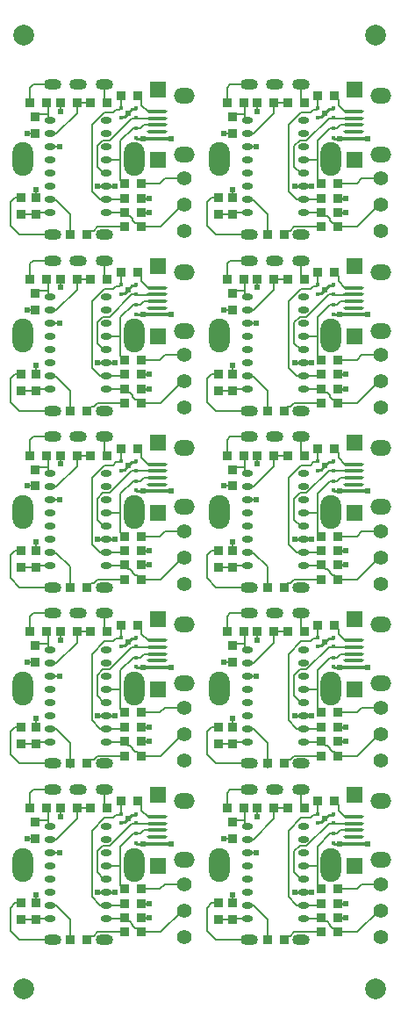
<source format=gbr>
%TF.GenerationSoftware,Altium Limited,Altium Designer,20.1.8 (145)*%
G04 Layer_Physical_Order=2*
G04 Layer_Color=16728128*
%FSLAX45Y45*%
%MOMM*%
%TF.SameCoordinates,B3CF18BB-8163-4733-9D89-4CFBB204D872*%
%TF.FilePolarity,Positive*%
%TF.FileFunction,Copper,L2,Bot,Signal*%
%TF.Part,CustomerPanel*%
G01*
G75*
%TA.AperFunction,ComponentPad*%
G04:AMPARAMS|DCode=10|XSize=2mm|YSize=3.25mm|CornerRadius=1mm|HoleSize=0mm|Usage=FLASHONLY|Rotation=180.000|XOffset=0mm|YOffset=0mm|HoleType=Round|Shape=RoundedRectangle|*
%AMROUNDEDRECTD10*
21,1,2.00000,1.25000,0,0,180.0*
21,1,0.00000,3.25000,0,0,180.0*
1,1,2.00000,0.00000,0.62500*
1,1,2.00000,0.00000,0.62500*
1,1,2.00000,0.00000,-0.62500*
1,1,2.00000,0.00000,-0.62500*
%
%ADD10ROUNDEDRECTD10*%
%ADD11O,2.00000X3.25000*%
%ADD12O,1.70000X1.00000*%
%ADD13O,2.00000X1.50000*%
G04:AMPARAMS|DCode=14|XSize=1.4mm|YSize=1.4mm|CornerRadius=0.7mm|HoleSize=0mm|Usage=FLASHONLY|Rotation=270.000|XOffset=0mm|YOffset=0mm|HoleType=Round|Shape=RoundedRectangle|*
%AMROUNDEDRECTD14*
21,1,1.40000,0.00000,0,0,270.0*
21,1,0.00000,1.40000,0,0,270.0*
1,1,1.40000,0.00000,0.00000*
1,1,1.40000,0.00000,0.00000*
1,1,1.40000,0.00000,0.00000*
1,1,1.40000,0.00000,0.00000*
%
%ADD14ROUNDEDRECTD14*%
%TA.AperFunction,ViaPad*%
%ADD15C,0.61000*%
%TA.AperFunction,SMDPad,CuDef*%
%ADD16C,2.00000*%
G04:AMPARAMS|DCode=17|XSize=1.6mm|YSize=1.6mm|CornerRadius=0.008mm|HoleSize=0mm|Usage=FLASHONLY|Rotation=270.000|XOffset=0mm|YOffset=0mm|HoleType=Round|Shape=RoundedRectangle|*
%AMROUNDEDRECTD17*
21,1,1.60000,1.58400,0,0,270.0*
21,1,1.58400,1.60000,0,0,270.0*
1,1,0.01600,-0.79200,-0.79200*
1,1,0.01600,-0.79200,0.79200*
1,1,0.01600,0.79200,0.79200*
1,1,0.01600,0.79200,-0.79200*
%
%ADD17ROUNDEDRECTD17*%
%TA.AperFunction,ConnectorPad*%
G04:AMPARAMS|DCode=18|XSize=0.35mm|YSize=2mm|CornerRadius=0.175mm|HoleSize=0mm|Usage=FLASHONLY|Rotation=270.000|XOffset=0mm|YOffset=0mm|HoleType=Round|Shape=RoundedRectangle|*
%AMROUNDEDRECTD18*
21,1,0.35000,1.65000,0,0,270.0*
21,1,0.00000,2.00000,0,0,270.0*
1,1,0.35000,-0.82500,0.00000*
1,1,0.35000,-0.82500,0.00000*
1,1,0.35000,0.82500,0.00000*
1,1,0.35000,0.82500,0.00000*
%
%ADD18ROUNDEDRECTD18*%
%TA.AperFunction,SMDPad,CuDef*%
G04:AMPARAMS|DCode=19|XSize=0.9mm|YSize=0.9mm|CornerRadius=0.045mm|HoleSize=0mm|Usage=FLASHONLY|Rotation=180.000|XOffset=0mm|YOffset=0mm|HoleType=Round|Shape=RoundedRectangle|*
%AMROUNDEDRECTD19*
21,1,0.90000,0.81000,0,0,180.0*
21,1,0.81000,0.90000,0,0,180.0*
1,1,0.09000,-0.40500,0.40500*
1,1,0.09000,0.40500,0.40500*
1,1,0.09000,0.40500,-0.40500*
1,1,0.09000,-0.40500,-0.40500*
%
%ADD19ROUNDEDRECTD19*%
%ADD20O,1.05000X0.60000*%
G04:AMPARAMS|DCode=21|XSize=0.4mm|YSize=0.4mm|CornerRadius=0.002mm|HoleSize=0mm|Usage=FLASHONLY|Rotation=270.000|XOffset=0mm|YOffset=0mm|HoleType=Round|Shape=RoundedRectangle|*
%AMROUNDEDRECTD21*
21,1,0.40000,0.39600,0,0,270.0*
21,1,0.39600,0.40000,0,0,270.0*
1,1,0.00400,-0.19800,-0.19800*
1,1,0.00400,-0.19800,0.19800*
1,1,0.00400,0.19800,0.19800*
1,1,0.00400,0.19800,-0.19800*
%
%ADD21ROUNDEDRECTD21*%
G04:AMPARAMS|DCode=22|XSize=0.9mm|YSize=0.9mm|CornerRadius=0.0045mm|HoleSize=0mm|Usage=FLASHONLY|Rotation=0.000|XOffset=0mm|YOffset=0mm|HoleType=Round|Shape=RoundedRectangle|*
%AMROUNDEDRECTD22*
21,1,0.90000,0.89100,0,0,0.0*
21,1,0.89100,0.90000,0,0,0.0*
1,1,0.00900,0.44550,-0.44550*
1,1,0.00900,-0.44550,-0.44550*
1,1,0.00900,-0.44550,0.44550*
1,1,0.00900,0.44550,0.44550*
%
%ADD22ROUNDEDRECTD22*%
G04:AMPARAMS|DCode=23|XSize=0.9mm|YSize=0.9mm|CornerRadius=0.0045mm|HoleSize=0mm|Usage=FLASHONLY|Rotation=90.000|XOffset=0mm|YOffset=0mm|HoleType=Round|Shape=RoundedRectangle|*
%AMROUNDEDRECTD23*
21,1,0.90000,0.89100,0,0,90.0*
21,1,0.89100,0.90000,0,0,90.0*
1,1,0.00900,0.44550,0.44550*
1,1,0.00900,0.44550,-0.44550*
1,1,0.00900,-0.44550,-0.44550*
1,1,0.00900,-0.44550,0.44550*
%
%ADD23ROUNDEDRECTD23*%
%TA.AperFunction,Conductor*%
%ADD24C,0.15240*%
%ADD25C,0.12700*%
%ADD26C,0.22860*%
%ADD27C,0.27940*%
%ADD28C,0.35560*%
D10*
X1765300Y1500500D02*
D03*
X3665300D02*
D03*
X1765300Y3200500D02*
D03*
X3665300D02*
D03*
X1765300Y4900500D02*
D03*
X3665300D02*
D03*
X1765300Y6600500D02*
D03*
X3665300D02*
D03*
X1765300Y8300500D02*
D03*
X3665300D02*
D03*
D11*
X690300Y1500500D02*
D03*
X2590300D02*
D03*
X690300Y3200500D02*
D03*
X2590300D02*
D03*
X690300Y4900500D02*
D03*
X2590300D02*
D03*
X690300Y6600500D02*
D03*
X2590300D02*
D03*
X690300Y8300500D02*
D03*
X2590300D02*
D03*
D12*
X1477800Y2225500D02*
D03*
X977800D02*
D03*
X1227800D02*
D03*
X1477800Y775500D02*
D03*
X977800D02*
D03*
X3377800Y2225500D02*
D03*
X2877800D02*
D03*
X3127800D02*
D03*
X3377800Y775500D02*
D03*
X2877800D02*
D03*
X1477800Y3925500D02*
D03*
X977800D02*
D03*
X1227800D02*
D03*
X1477800Y2475500D02*
D03*
X977800D02*
D03*
X3377800Y3925500D02*
D03*
X2877800D02*
D03*
X3127800D02*
D03*
X3377800Y2475500D02*
D03*
X2877800D02*
D03*
X1477800Y5625500D02*
D03*
X977800D02*
D03*
X1227800D02*
D03*
X1477800Y4175500D02*
D03*
X977800D02*
D03*
X3377800Y5625500D02*
D03*
X2877800D02*
D03*
X3127800D02*
D03*
X3377800Y4175500D02*
D03*
X2877800D02*
D03*
X1477800Y7325500D02*
D03*
X977800D02*
D03*
X1227800D02*
D03*
X1477800Y5875500D02*
D03*
X977800D02*
D03*
X3377800Y7325500D02*
D03*
X2877800D02*
D03*
X3127800D02*
D03*
X3377800Y5875500D02*
D03*
X2877800D02*
D03*
X1477800Y9025500D02*
D03*
X977800D02*
D03*
X1227800D02*
D03*
X1477800Y7575500D02*
D03*
X977800D02*
D03*
X3377800Y9025500D02*
D03*
X2877800D02*
D03*
X3127800D02*
D03*
X3377800Y7575500D02*
D03*
X2877800D02*
D03*
D13*
X2248800Y1549000D02*
D03*
Y2115000D02*
D03*
X4148800Y1549000D02*
D03*
Y2115000D02*
D03*
X2248800Y3249000D02*
D03*
Y3815000D02*
D03*
X4148800Y3249000D02*
D03*
Y3815000D02*
D03*
X2248800Y4949000D02*
D03*
Y5515000D02*
D03*
X4148800Y4949000D02*
D03*
Y5515000D02*
D03*
X2248800Y6649000D02*
D03*
Y7215000D02*
D03*
X4148800Y6649000D02*
D03*
Y7215000D02*
D03*
X2248800Y8349000D02*
D03*
Y8915000D02*
D03*
X4148800Y8349000D02*
D03*
Y8915000D02*
D03*
D14*
X2248800Y806680D02*
D03*
Y1314680D02*
D03*
Y1060680D02*
D03*
X4148800Y806680D02*
D03*
Y1314680D02*
D03*
Y1060680D02*
D03*
X2248800Y2506680D02*
D03*
Y3014680D02*
D03*
Y2760680D02*
D03*
X4148800Y2506680D02*
D03*
Y3014680D02*
D03*
Y2760680D02*
D03*
X2248800Y4206680D02*
D03*
Y4714680D02*
D03*
Y4460680D02*
D03*
X4148800Y4206680D02*
D03*
Y4714680D02*
D03*
Y4460680D02*
D03*
X2248800Y5906680D02*
D03*
Y6414680D02*
D03*
Y6160680D02*
D03*
X4148800Y5906680D02*
D03*
Y6414680D02*
D03*
Y6160680D02*
D03*
X2248800Y7606680D02*
D03*
Y8114680D02*
D03*
Y7860680D02*
D03*
X4148800Y7606680D02*
D03*
Y8114680D02*
D03*
Y7860680D02*
D03*
D15*
X1709428Y1947080D02*
D03*
X817500Y1210842D02*
D03*
X1583234Y1238480D02*
D03*
X1912875Y1127602D02*
D03*
X735356Y1751540D02*
D03*
X1912875Y988785D02*
D03*
X2120520Y1702000D02*
D03*
X1414726Y1238480D02*
D03*
X1055770Y1965042D02*
D03*
X1045616Y1619480D02*
D03*
X1852243Y1702000D02*
D03*
X3609428Y1947080D02*
D03*
X2717500Y1210842D02*
D03*
X3483234Y1238480D02*
D03*
X3812875Y1127602D02*
D03*
X2635356Y1751540D02*
D03*
X3812875Y988785D02*
D03*
X4020520Y1702000D02*
D03*
X3314726Y1238480D02*
D03*
X2955770Y1965042D02*
D03*
X2945616Y1619480D02*
D03*
X3752243Y1702000D02*
D03*
X1709428Y3647080D02*
D03*
X817500Y2910842D02*
D03*
X1583234Y2938480D02*
D03*
X1912875Y2827602D02*
D03*
X735356Y3451540D02*
D03*
X1912875Y2688785D02*
D03*
X2120520Y3402000D02*
D03*
X1414726Y2938480D02*
D03*
X1055770Y3665042D02*
D03*
X1045616Y3319480D02*
D03*
X1852243Y3402000D02*
D03*
X3609428Y3647080D02*
D03*
X2717500Y2910842D02*
D03*
X3483234Y2938480D02*
D03*
X3812875Y2827602D02*
D03*
X2635356Y3451540D02*
D03*
X3812875Y2688785D02*
D03*
X4020520Y3402000D02*
D03*
X3314726Y2938480D02*
D03*
X2955770Y3665042D02*
D03*
X2945616Y3319480D02*
D03*
X3752243Y3402000D02*
D03*
X1709428Y5347080D02*
D03*
X817500Y4610842D02*
D03*
X1583234Y4638480D02*
D03*
X1912875Y4527602D02*
D03*
X735356Y5151540D02*
D03*
X1912875Y4388785D02*
D03*
X2120520Y5102000D02*
D03*
X1414726Y4638480D02*
D03*
X1055770Y5365043D02*
D03*
X1045616Y5019480D02*
D03*
X1852243Y5102000D02*
D03*
X3609428Y5347080D02*
D03*
X2717500Y4610842D02*
D03*
X3483234Y4638480D02*
D03*
X3812875Y4527602D02*
D03*
X2635356Y5151540D02*
D03*
X3812875Y4388785D02*
D03*
X4020520Y5102000D02*
D03*
X3314726Y4638480D02*
D03*
X2955770Y5365043D02*
D03*
X2945616Y5019480D02*
D03*
X3752243Y5102000D02*
D03*
X1709428Y7047080D02*
D03*
X817500Y6310843D02*
D03*
X1583234Y6338480D02*
D03*
X1912875Y6227602D02*
D03*
X735356Y6851540D02*
D03*
X1912875Y6088786D02*
D03*
X2120520Y6802000D02*
D03*
X1414726Y6338480D02*
D03*
X1055770Y7065043D02*
D03*
X1045616Y6719480D02*
D03*
X1852243Y6802000D02*
D03*
X3609428Y7047080D02*
D03*
X2717500Y6310843D02*
D03*
X3483234Y6338480D02*
D03*
X3812875Y6227602D02*
D03*
X2635356Y6851540D02*
D03*
X3812875Y6088786D02*
D03*
X4020520Y6802000D02*
D03*
X3314726Y6338480D02*
D03*
X2955770Y7065043D02*
D03*
X2945616Y6719480D02*
D03*
X3752243Y6802000D02*
D03*
X1709428Y8747080D02*
D03*
X817500Y8010843D02*
D03*
X1583234Y8038480D02*
D03*
X1912875Y7927602D02*
D03*
X735356Y8551540D02*
D03*
X1912875Y7788786D02*
D03*
X2120520Y8502000D02*
D03*
X1414726Y8038480D02*
D03*
X1055770Y8765043D02*
D03*
X1045616Y8419480D02*
D03*
X1852243Y8502000D02*
D03*
X3609428Y8747080D02*
D03*
X2717500Y8010843D02*
D03*
X3483234Y8038480D02*
D03*
X3812875Y7927602D02*
D03*
X2635356Y8551540D02*
D03*
X3812875Y7788786D02*
D03*
X4020520Y8502000D02*
D03*
X3314726Y8038480D02*
D03*
X2955770Y8765043D02*
D03*
X2945616Y8419480D02*
D03*
X3752243Y8502000D02*
D03*
D16*
X4100000Y9500000D02*
D03*
X700000D02*
D03*
X4100000Y300000D02*
D03*
X700000D02*
D03*
D17*
X1993800Y1492000D02*
D03*
Y2172000D02*
D03*
X3893800Y1492000D02*
D03*
Y2172000D02*
D03*
X1993800Y3192000D02*
D03*
Y3872000D02*
D03*
X3893800Y3192000D02*
D03*
Y3872000D02*
D03*
X1993800Y4892000D02*
D03*
Y5572000D02*
D03*
X3893800Y4892000D02*
D03*
Y5572000D02*
D03*
X1993800Y6592000D02*
D03*
Y7272000D02*
D03*
X3893800Y6592000D02*
D03*
Y7272000D02*
D03*
X1993800Y8292000D02*
D03*
Y8972000D02*
D03*
X3893800Y8292000D02*
D03*
Y8972000D02*
D03*
D18*
X1986300Y1832000D02*
D03*
Y1702000D02*
D03*
Y1767000D02*
D03*
Y1962000D02*
D03*
Y1897000D02*
D03*
X3886300Y1832000D02*
D03*
Y1702000D02*
D03*
Y1767000D02*
D03*
Y1962000D02*
D03*
Y1897000D02*
D03*
X1986300Y3532000D02*
D03*
Y3402000D02*
D03*
Y3467000D02*
D03*
Y3662000D02*
D03*
Y3597000D02*
D03*
X3886300Y3532000D02*
D03*
Y3402000D02*
D03*
Y3467000D02*
D03*
Y3662000D02*
D03*
Y3597000D02*
D03*
X1986300Y5232000D02*
D03*
Y5102000D02*
D03*
Y5167000D02*
D03*
Y5362000D02*
D03*
Y5297000D02*
D03*
X3886300Y5232000D02*
D03*
Y5102000D02*
D03*
Y5167000D02*
D03*
Y5362000D02*
D03*
Y5297000D02*
D03*
X1986300Y6932000D02*
D03*
Y6802000D02*
D03*
Y6867000D02*
D03*
Y7062000D02*
D03*
Y6997000D02*
D03*
X3886300Y6932000D02*
D03*
Y6802000D02*
D03*
Y6867000D02*
D03*
Y7062000D02*
D03*
Y6997000D02*
D03*
X1986300Y8632000D02*
D03*
Y8502000D02*
D03*
Y8567000D02*
D03*
Y8762000D02*
D03*
Y8697000D02*
D03*
X3886300Y8632000D02*
D03*
Y8502000D02*
D03*
Y8567000D02*
D03*
Y8762000D02*
D03*
Y8697000D02*
D03*
D19*
X1801140Y2112860D02*
D03*
X1641140D02*
D03*
X3701140D02*
D03*
X3541140D02*
D03*
X1801140Y3812860D02*
D03*
X1641140D02*
D03*
X3701140D02*
D03*
X3541140D02*
D03*
X1801140Y5512860D02*
D03*
X1641140D02*
D03*
X3701140D02*
D03*
X3541140D02*
D03*
X1801140Y7212860D02*
D03*
X1641140D02*
D03*
X3701140D02*
D03*
X3541140D02*
D03*
X1801140Y8912860D02*
D03*
X1641140D02*
D03*
X3701140D02*
D03*
X3541140D02*
D03*
D20*
X958980Y984480D02*
D03*
Y1111480D02*
D03*
Y1238480D02*
D03*
Y1365480D02*
D03*
Y1492480D02*
D03*
Y1619480D02*
D03*
Y1746480D02*
D03*
Y1873480D02*
D03*
X1498980Y984480D02*
D03*
Y1111480D02*
D03*
Y1238480D02*
D03*
Y1365480D02*
D03*
Y1492480D02*
D03*
Y1619480D02*
D03*
Y1746480D02*
D03*
Y1873480D02*
D03*
X2858980Y984480D02*
D03*
Y1111480D02*
D03*
Y1238480D02*
D03*
Y1365480D02*
D03*
Y1492480D02*
D03*
Y1619480D02*
D03*
Y1746480D02*
D03*
Y1873480D02*
D03*
X3398980Y984480D02*
D03*
Y1111480D02*
D03*
Y1238480D02*
D03*
Y1365480D02*
D03*
Y1492480D02*
D03*
Y1619480D02*
D03*
Y1746480D02*
D03*
Y1873480D02*
D03*
X958980Y2684480D02*
D03*
Y2811480D02*
D03*
Y2938480D02*
D03*
Y3065480D02*
D03*
Y3192480D02*
D03*
Y3319480D02*
D03*
Y3446480D02*
D03*
Y3573480D02*
D03*
X1498980Y2684480D02*
D03*
Y2811480D02*
D03*
Y2938480D02*
D03*
Y3065480D02*
D03*
Y3192480D02*
D03*
Y3319480D02*
D03*
Y3446480D02*
D03*
Y3573480D02*
D03*
X2858980Y2684480D02*
D03*
Y2811480D02*
D03*
Y2938480D02*
D03*
Y3065480D02*
D03*
Y3192480D02*
D03*
Y3319480D02*
D03*
Y3446480D02*
D03*
Y3573480D02*
D03*
X3398980Y2684480D02*
D03*
Y2811480D02*
D03*
Y2938480D02*
D03*
Y3065480D02*
D03*
Y3192480D02*
D03*
Y3319480D02*
D03*
Y3446480D02*
D03*
Y3573480D02*
D03*
X958980Y4384480D02*
D03*
Y4511480D02*
D03*
Y4638480D02*
D03*
Y4765480D02*
D03*
Y4892480D02*
D03*
Y5019480D02*
D03*
Y5146480D02*
D03*
Y5273480D02*
D03*
X1498980Y4384480D02*
D03*
Y4511480D02*
D03*
Y4638480D02*
D03*
Y4765480D02*
D03*
Y4892480D02*
D03*
Y5019480D02*
D03*
Y5146480D02*
D03*
Y5273480D02*
D03*
X2858980Y4384480D02*
D03*
Y4511480D02*
D03*
Y4638480D02*
D03*
Y4765480D02*
D03*
Y4892480D02*
D03*
Y5019480D02*
D03*
Y5146480D02*
D03*
Y5273480D02*
D03*
X3398980Y4384480D02*
D03*
Y4511480D02*
D03*
Y4638480D02*
D03*
Y4765480D02*
D03*
Y4892480D02*
D03*
Y5019480D02*
D03*
Y5146480D02*
D03*
Y5273480D02*
D03*
X958980Y6084480D02*
D03*
Y6211480D02*
D03*
Y6338480D02*
D03*
Y6465480D02*
D03*
Y6592480D02*
D03*
Y6719480D02*
D03*
Y6846480D02*
D03*
Y6973480D02*
D03*
X1498980Y6084480D02*
D03*
Y6211480D02*
D03*
Y6338480D02*
D03*
Y6465480D02*
D03*
Y6592480D02*
D03*
Y6719480D02*
D03*
Y6846480D02*
D03*
Y6973480D02*
D03*
X2858980Y6084480D02*
D03*
Y6211480D02*
D03*
Y6338480D02*
D03*
Y6465480D02*
D03*
Y6592480D02*
D03*
Y6719480D02*
D03*
Y6846480D02*
D03*
Y6973480D02*
D03*
X3398980Y6084480D02*
D03*
Y6211480D02*
D03*
Y6338480D02*
D03*
Y6465480D02*
D03*
Y6592480D02*
D03*
Y6719480D02*
D03*
Y6846480D02*
D03*
Y6973480D02*
D03*
X958980Y7784480D02*
D03*
Y7911480D02*
D03*
Y8038480D02*
D03*
Y8165480D02*
D03*
Y8292480D02*
D03*
Y8419480D02*
D03*
Y8546480D02*
D03*
Y8673480D02*
D03*
X1498980Y7784480D02*
D03*
Y7911480D02*
D03*
Y8038480D02*
D03*
Y8165480D02*
D03*
Y8292480D02*
D03*
Y8419480D02*
D03*
Y8546480D02*
D03*
Y8673480D02*
D03*
X2858980Y7784480D02*
D03*
Y7911480D02*
D03*
Y8038480D02*
D03*
Y8165480D02*
D03*
Y8292480D02*
D03*
Y8419480D02*
D03*
Y8546480D02*
D03*
Y8673480D02*
D03*
X3398980Y7784480D02*
D03*
Y7911480D02*
D03*
Y8038480D02*
D03*
Y8165480D02*
D03*
Y8292480D02*
D03*
Y8419480D02*
D03*
Y8546480D02*
D03*
Y8673480D02*
D03*
D21*
X1788248Y1799620D02*
D03*
Y1709619D02*
D03*
Y1992080D02*
D03*
Y1902080D02*
D03*
X1641440Y1992080D02*
D03*
Y1902080D02*
D03*
X3688248Y1799620D02*
D03*
Y1709619D02*
D03*
Y1992080D02*
D03*
Y1902080D02*
D03*
X3541440Y1992080D02*
D03*
Y1902080D02*
D03*
X1788248Y3499620D02*
D03*
Y3409620D02*
D03*
Y3692080D02*
D03*
Y3602080D02*
D03*
X1641440Y3692080D02*
D03*
Y3602080D02*
D03*
X3688248Y3499620D02*
D03*
Y3409620D02*
D03*
Y3692080D02*
D03*
Y3602080D02*
D03*
X3541440Y3692080D02*
D03*
Y3602080D02*
D03*
X1788248Y5199620D02*
D03*
Y5109620D02*
D03*
Y5392080D02*
D03*
Y5302080D02*
D03*
X1641440Y5392080D02*
D03*
Y5302080D02*
D03*
X3688248Y5199620D02*
D03*
Y5109620D02*
D03*
Y5392080D02*
D03*
Y5302080D02*
D03*
X3541440Y5392080D02*
D03*
Y5302080D02*
D03*
X1788248Y6899620D02*
D03*
Y6809620D02*
D03*
Y7092080D02*
D03*
Y7002080D02*
D03*
X1641440Y7092080D02*
D03*
Y7002080D02*
D03*
X3688248Y6899620D02*
D03*
Y6809620D02*
D03*
Y7092080D02*
D03*
Y7002080D02*
D03*
X3541440Y7092080D02*
D03*
Y7002080D02*
D03*
X1788248Y8599620D02*
D03*
Y8509620D02*
D03*
Y8792080D02*
D03*
Y8702080D02*
D03*
X1641440Y8792080D02*
D03*
Y8702080D02*
D03*
X3688248Y8599620D02*
D03*
Y8509620D02*
D03*
Y8792080D02*
D03*
Y8702080D02*
D03*
X3541440Y8792080D02*
D03*
Y8702080D02*
D03*
D22*
X1152840Y775500D02*
D03*
X1312840D02*
D03*
X680340Y969240D02*
D03*
Y1129240D02*
D03*
X816600Y1751540D02*
D03*
Y1911540D02*
D03*
X817500Y969240D02*
D03*
Y1129240D02*
D03*
X3052840Y775500D02*
D03*
X3212840D02*
D03*
X2580340Y969240D02*
D03*
Y1129240D02*
D03*
X2716600Y1751540D02*
D03*
Y1911540D02*
D03*
X2717500Y969240D02*
D03*
Y1129240D02*
D03*
X1152840Y2475500D02*
D03*
X1312840D02*
D03*
X680340Y2669240D02*
D03*
Y2829240D02*
D03*
X816600Y3451540D02*
D03*
Y3611540D02*
D03*
X817500Y2669240D02*
D03*
Y2829240D02*
D03*
X3052840Y2475500D02*
D03*
X3212840D02*
D03*
X2580340Y2669240D02*
D03*
Y2829240D02*
D03*
X2716600Y3451540D02*
D03*
Y3611540D02*
D03*
X2717500Y2669240D02*
D03*
Y2829240D02*
D03*
X1152840Y4175500D02*
D03*
X1312840D02*
D03*
X680340Y4369240D02*
D03*
Y4529240D02*
D03*
X816600Y5151540D02*
D03*
Y5311540D02*
D03*
X817500Y4369240D02*
D03*
Y4529240D02*
D03*
X3052840Y4175500D02*
D03*
X3212840D02*
D03*
X2580340Y4369240D02*
D03*
Y4529240D02*
D03*
X2716600Y5151540D02*
D03*
Y5311540D02*
D03*
X2717500Y4369240D02*
D03*
Y4529240D02*
D03*
X1152840Y5875500D02*
D03*
X1312840D02*
D03*
X680340Y6069240D02*
D03*
Y6229240D02*
D03*
X816600Y6851540D02*
D03*
Y7011540D02*
D03*
X817500Y6069240D02*
D03*
Y6229240D02*
D03*
X3052840Y5875500D02*
D03*
X3212840D02*
D03*
X2580340Y6069240D02*
D03*
Y6229240D02*
D03*
X2716600Y6851540D02*
D03*
Y7011540D02*
D03*
X2717500Y6069240D02*
D03*
Y6229240D02*
D03*
X1152840Y7575500D02*
D03*
X1312840D02*
D03*
X680340Y7769240D02*
D03*
Y7929240D02*
D03*
X816600Y8551540D02*
D03*
Y8711540D02*
D03*
X817500Y7769240D02*
D03*
Y7929240D02*
D03*
X3052840Y7575500D02*
D03*
X3212840D02*
D03*
X2580340Y7769240D02*
D03*
Y7929240D02*
D03*
X2716600Y8551540D02*
D03*
Y8711540D02*
D03*
X2717500Y7769240D02*
D03*
Y7929240D02*
D03*
D23*
X1674904Y1127602D02*
D03*
X1834904D02*
D03*
X1674904Y849969D02*
D03*
X1834904D02*
D03*
X1674904Y988785D02*
D03*
X1834904D02*
D03*
X1674904Y1266418D02*
D03*
X1834904D02*
D03*
X763340Y2046325D02*
D03*
X923340D02*
D03*
X1348199D02*
D03*
X1508199D02*
D03*
X1215770D02*
D03*
X1055770D02*
D03*
X3574904Y1127602D02*
D03*
X3734904D02*
D03*
X3574904Y849969D02*
D03*
X3734904D02*
D03*
X3574904Y988785D02*
D03*
X3734904D02*
D03*
X3574904Y1266418D02*
D03*
X3734904D02*
D03*
X2663340Y2046325D02*
D03*
X2823340D02*
D03*
X3248199D02*
D03*
X3408199D02*
D03*
X3115770D02*
D03*
X2955770D02*
D03*
X1674904Y2827602D02*
D03*
X1834904D02*
D03*
X1674904Y2549969D02*
D03*
X1834904D02*
D03*
X1674904Y2688785D02*
D03*
X1834904D02*
D03*
X1674904Y2966419D02*
D03*
X1834904D02*
D03*
X763340Y3746325D02*
D03*
X923340D02*
D03*
X1348199D02*
D03*
X1508199D02*
D03*
X1215770D02*
D03*
X1055770D02*
D03*
X3574904Y2827602D02*
D03*
X3734904D02*
D03*
X3574904Y2549969D02*
D03*
X3734904D02*
D03*
X3574904Y2688785D02*
D03*
X3734904D02*
D03*
X3574904Y2966419D02*
D03*
X3734904D02*
D03*
X2663340Y3746325D02*
D03*
X2823340D02*
D03*
X3248199D02*
D03*
X3408199D02*
D03*
X3115770D02*
D03*
X2955770D02*
D03*
X1674904Y4527602D02*
D03*
X1834904D02*
D03*
X1674904Y4249969D02*
D03*
X1834904D02*
D03*
X1674904Y4388785D02*
D03*
X1834904D02*
D03*
X1674904Y4666419D02*
D03*
X1834904D02*
D03*
X763340Y5446325D02*
D03*
X923340D02*
D03*
X1348199D02*
D03*
X1508199D02*
D03*
X1215770D02*
D03*
X1055770D02*
D03*
X3574904Y4527602D02*
D03*
X3734904D02*
D03*
X3574904Y4249969D02*
D03*
X3734904D02*
D03*
X3574904Y4388785D02*
D03*
X3734904D02*
D03*
X3574904Y4666419D02*
D03*
X3734904D02*
D03*
X2663340Y5446325D02*
D03*
X2823340D02*
D03*
X3248199D02*
D03*
X3408199D02*
D03*
X3115770D02*
D03*
X2955770D02*
D03*
X1674904Y6227602D02*
D03*
X1834904D02*
D03*
X1674904Y5949969D02*
D03*
X1834904D02*
D03*
X1674904Y6088786D02*
D03*
X1834904D02*
D03*
X1674904Y6366419D02*
D03*
X1834904D02*
D03*
X763340Y7146325D02*
D03*
X923340D02*
D03*
X1348199D02*
D03*
X1508199D02*
D03*
X1215770D02*
D03*
X1055770D02*
D03*
X3574904Y6227602D02*
D03*
X3734904D02*
D03*
X3574904Y5949969D02*
D03*
X3734904D02*
D03*
X3574904Y6088786D02*
D03*
X3734904D02*
D03*
X3574904Y6366419D02*
D03*
X3734904D02*
D03*
X2663340Y7146325D02*
D03*
X2823340D02*
D03*
X3248199D02*
D03*
X3408199D02*
D03*
X3115770D02*
D03*
X2955770D02*
D03*
X1674904Y7927602D02*
D03*
X1834904D02*
D03*
X1674904Y7649969D02*
D03*
X1834904D02*
D03*
X1674904Y7788786D02*
D03*
X1834904D02*
D03*
X1674904Y8066419D02*
D03*
X1834904D02*
D03*
X763340Y8846325D02*
D03*
X923340D02*
D03*
X1348199D02*
D03*
X1508199D02*
D03*
X1215770D02*
D03*
X1055770D02*
D03*
X3574904Y7927602D02*
D03*
X3734904D02*
D03*
X3574904Y7649969D02*
D03*
X3734904D02*
D03*
X3574904Y7788786D02*
D03*
X3734904D02*
D03*
X3574904Y8066419D02*
D03*
X3734904D02*
D03*
X2663340Y8846325D02*
D03*
X2823340D02*
D03*
X3248199D02*
D03*
X3408199D02*
D03*
X3115770D02*
D03*
X2955770D02*
D03*
D24*
X1712284Y951405D02*
X1728147D01*
X1754904Y914131D02*
Y924648D01*
X1728147Y951405D02*
X1754904Y924648D01*
X1781686Y887349D02*
X1797524D01*
X1754904Y914131D02*
X1781686Y887349D01*
X1674904Y988785D02*
X1712284Y951405D01*
X1674904Y988785D02*
X1679209Y984480D01*
X1498980Y1111480D02*
X1658782D01*
X1674904Y1127602D01*
X1498980Y984480D02*
X1679209D01*
X1834904Y849969D02*
X2021746D01*
X2232457Y1060680D01*
X1797524Y887349D02*
X1834904Y849969D01*
X1350221Y812880D02*
X1377141D01*
X1414229Y849969D02*
X1674904D01*
X1377141Y812880D02*
X1414229Y849969D01*
X1312840Y775500D02*
X1350221Y812880D01*
X1359363Y1831117D02*
X1480777Y1952532D01*
X1567569D02*
X1594737Y1979700D01*
X1480777Y1952532D02*
X1567569D01*
X1359363Y1190906D02*
Y1831117D01*
X1438789Y1111480D02*
X1498980D01*
X1359363Y1190906D02*
X1438789Y1111480D01*
X1641140Y1992380D02*
X1641440Y1992080D01*
X1641140Y1992380D02*
Y2112860D01*
X1629060Y1979700D02*
X1641440Y1992080D01*
X1838421Y2025039D02*
Y2075579D01*
X1901461Y1962000D02*
X1986300D01*
X1838421Y2025039D02*
X1901461Y1962000D01*
X1801140Y2112860D02*
X1838421Y2075579D01*
X1594737Y1979700D02*
X1629060D01*
X2232457Y1060680D02*
X2248800D01*
X3612284Y951405D02*
X3628147D01*
X3654904Y914131D02*
Y924648D01*
X3628147Y951405D02*
X3654904Y924648D01*
X3681686Y887349D02*
X3697524D01*
X3654904Y914131D02*
X3681686Y887349D01*
X3574904Y988785D02*
X3612284Y951405D01*
X3574904Y988785D02*
X3579209Y984480D01*
X3398980Y1111480D02*
X3558782D01*
X3574904Y1127602D01*
X3398980Y984480D02*
X3579209D01*
X3734904Y849969D02*
X3921746D01*
X4132457Y1060680D01*
X3697524Y887349D02*
X3734904Y849969D01*
X3250221Y812880D02*
X3277141D01*
X3314229Y849969D02*
X3574904D01*
X3277141Y812880D02*
X3314229Y849969D01*
X3212840Y775500D02*
X3250221Y812880D01*
X3259363Y1831117D02*
X3380777Y1952532D01*
X3467569D02*
X3494737Y1979700D01*
X3380777Y1952532D02*
X3467569D01*
X3259363Y1190906D02*
Y1831117D01*
X3338789Y1111480D02*
X3398980D01*
X3259363Y1190906D02*
X3338789Y1111480D01*
X3541140Y1992380D02*
X3541440Y1992080D01*
X3541140Y1992380D02*
Y2112860D01*
X3529060Y1979700D02*
X3541440Y1992080D01*
X3738421Y2025039D02*
Y2075579D01*
X3801461Y1962000D02*
X3886300D01*
X3738421Y2025039D02*
X3801461Y1962000D01*
X3701140Y2112860D02*
X3738421Y2075579D01*
X3494737Y1979700D02*
X3529060D01*
X4132457Y1060680D02*
X4148800D01*
X1712284Y2651405D02*
X1728147D01*
X1754904Y2614131D02*
Y2624649D01*
X1728147Y2651405D02*
X1754904Y2624649D01*
X1781686Y2587349D02*
X1797524D01*
X1754904Y2614131D02*
X1781686Y2587349D01*
X1674904Y2688785D02*
X1712284Y2651405D01*
X1674904Y2688785D02*
X1679209Y2684480D01*
X1498980Y2811480D02*
X1658782D01*
X1674904Y2827602D01*
X1498980Y2684480D02*
X1679209D01*
X1834904Y2549969D02*
X2021746D01*
X2232457Y2760680D01*
X1797524Y2587349D02*
X1834904Y2549969D01*
X1350221Y2512880D02*
X1377141D01*
X1414229Y2549969D02*
X1674904D01*
X1377141Y2512880D02*
X1414229Y2549969D01*
X1312840Y2475500D02*
X1350221Y2512880D01*
X1359363Y3531117D02*
X1480777Y3652532D01*
X1567569D02*
X1594737Y3679700D01*
X1480777Y3652532D02*
X1567569D01*
X1359363Y2890906D02*
Y3531117D01*
X1438789Y2811480D02*
X1498980D01*
X1359363Y2890906D02*
X1438789Y2811480D01*
X1641140Y3692380D02*
X1641440Y3692080D01*
X1641140Y3692380D02*
Y3812860D01*
X1629060Y3679700D02*
X1641440Y3692080D01*
X1838421Y3725040D02*
Y3775579D01*
X1901461Y3662000D02*
X1986300D01*
X1838421Y3725040D02*
X1901461Y3662000D01*
X1801140Y3812860D02*
X1838421Y3775579D01*
X1594737Y3679700D02*
X1629060D01*
X2232457Y2760680D02*
X2248800D01*
X3612284Y2651405D02*
X3628147D01*
X3654904Y2614131D02*
Y2624649D01*
X3628147Y2651405D02*
X3654904Y2624649D01*
X3681686Y2587349D02*
X3697524D01*
X3654904Y2614131D02*
X3681686Y2587349D01*
X3574904Y2688785D02*
X3612284Y2651405D01*
X3574904Y2688785D02*
X3579209Y2684480D01*
X3398980Y2811480D02*
X3558782D01*
X3574904Y2827602D01*
X3398980Y2684480D02*
X3579209D01*
X3734904Y2549969D02*
X3921746D01*
X4132457Y2760680D01*
X3697524Y2587349D02*
X3734904Y2549969D01*
X3250221Y2512880D02*
X3277141D01*
X3314229Y2549969D02*
X3574904D01*
X3277141Y2512880D02*
X3314229Y2549969D01*
X3212840Y2475500D02*
X3250221Y2512880D01*
X3259363Y3531117D02*
X3380777Y3652532D01*
X3467569D02*
X3494737Y3679700D01*
X3380777Y3652532D02*
X3467569D01*
X3259363Y2890906D02*
Y3531117D01*
X3338789Y2811480D02*
X3398980D01*
X3259363Y2890906D02*
X3338789Y2811480D01*
X3541140Y3692380D02*
X3541440Y3692080D01*
X3541140Y3692380D02*
Y3812860D01*
X3529060Y3679700D02*
X3541440Y3692080D01*
X3738421Y3725040D02*
Y3775579D01*
X3801461Y3662000D02*
X3886300D01*
X3738421Y3725040D02*
X3801461Y3662000D01*
X3701140Y3812860D02*
X3738421Y3775579D01*
X3494737Y3679700D02*
X3529060D01*
X4132457Y2760680D02*
X4148800D01*
X1712284Y4351405D02*
X1728147D01*
X1754904Y4314131D02*
Y4324649D01*
X1728147Y4351405D02*
X1754904Y4324649D01*
X1781686Y4287349D02*
X1797524D01*
X1754904Y4314131D02*
X1781686Y4287349D01*
X1674904Y4388785D02*
X1712284Y4351405D01*
X1674904Y4388785D02*
X1679209Y4384480D01*
X1498980Y4511480D02*
X1658782D01*
X1674904Y4527602D01*
X1498980Y4384480D02*
X1679209D01*
X1834904Y4249969D02*
X2021746D01*
X2232457Y4460680D01*
X1797524Y4287349D02*
X1834904Y4249969D01*
X1350221Y4212880D02*
X1377141D01*
X1414229Y4249969D02*
X1674904D01*
X1377141Y4212880D02*
X1414229Y4249969D01*
X1312840Y4175500D02*
X1350221Y4212880D01*
X1359363Y5231118D02*
X1480777Y5352532D01*
X1567569D02*
X1594737Y5379700D01*
X1480777Y5352532D02*
X1567569D01*
X1359363Y4590906D02*
Y5231118D01*
X1438789Y4511480D02*
X1498980D01*
X1359363Y4590906D02*
X1438789Y4511480D01*
X1641140Y5392380D02*
X1641440Y5392080D01*
X1641140Y5392380D02*
Y5512860D01*
X1629060Y5379700D02*
X1641440Y5392080D01*
X1838421Y5425040D02*
Y5475579D01*
X1901461Y5362000D02*
X1986300D01*
X1838421Y5425040D02*
X1901461Y5362000D01*
X1801140Y5512860D02*
X1838421Y5475579D01*
X1594737Y5379700D02*
X1629060D01*
X2232457Y4460680D02*
X2248800D01*
X3612284Y4351405D02*
X3628147D01*
X3654904Y4314131D02*
Y4324649D01*
X3628147Y4351405D02*
X3654904Y4324649D01*
X3681686Y4287349D02*
X3697524D01*
X3654904Y4314131D02*
X3681686Y4287349D01*
X3574904Y4388785D02*
X3612284Y4351405D01*
X3574904Y4388785D02*
X3579209Y4384480D01*
X3398980Y4511480D02*
X3558782D01*
X3574904Y4527602D01*
X3398980Y4384480D02*
X3579209D01*
X3734904Y4249969D02*
X3921746D01*
X4132457Y4460680D01*
X3697524Y4287349D02*
X3734904Y4249969D01*
X3250221Y4212880D02*
X3277141D01*
X3314229Y4249969D02*
X3574904D01*
X3277141Y4212880D02*
X3314229Y4249969D01*
X3212840Y4175500D02*
X3250221Y4212880D01*
X3259363Y5231118D02*
X3380777Y5352532D01*
X3467569D02*
X3494737Y5379700D01*
X3380777Y5352532D02*
X3467569D01*
X3259363Y4590906D02*
Y5231118D01*
X3338789Y4511480D02*
X3398980D01*
X3259363Y4590906D02*
X3338789Y4511480D01*
X3541140Y5392380D02*
X3541440Y5392080D01*
X3541140Y5392380D02*
Y5512860D01*
X3529060Y5379700D02*
X3541440Y5392080D01*
X3738421Y5425040D02*
Y5475579D01*
X3801461Y5362000D02*
X3886300D01*
X3738421Y5425040D02*
X3801461Y5362000D01*
X3701140Y5512860D02*
X3738421Y5475579D01*
X3494737Y5379700D02*
X3529060D01*
X4132457Y4460680D02*
X4148800D01*
X1712284Y6051405D02*
X1728147D01*
X1754904Y6014131D02*
Y6024649D01*
X1728147Y6051405D02*
X1754904Y6024649D01*
X1781686Y5987349D02*
X1797524D01*
X1754904Y6014131D02*
X1781686Y5987349D01*
X1674904Y6088786D02*
X1712284Y6051405D01*
X1674904Y6088786D02*
X1679209Y6084480D01*
X1498980Y6211480D02*
X1658782D01*
X1674904Y6227602D01*
X1498980Y6084480D02*
X1679209D01*
X1834904Y5949969D02*
X2021746D01*
X2232457Y6160680D01*
X1797524Y5987349D02*
X1834904Y5949969D01*
X1350221Y5912880D02*
X1377141D01*
X1414229Y5949969D02*
X1674904D01*
X1377141Y5912880D02*
X1414229Y5949969D01*
X1312840Y5875500D02*
X1350221Y5912880D01*
X1359363Y6931118D02*
X1480777Y7052532D01*
X1567569D02*
X1594737Y7079700D01*
X1480777Y7052532D02*
X1567569D01*
X1359363Y6290906D02*
Y6931118D01*
X1438789Y6211480D02*
X1498980D01*
X1359363Y6290906D02*
X1438789Y6211480D01*
X1641140Y7092380D02*
X1641440Y7092080D01*
X1641140Y7092380D02*
Y7212860D01*
X1629060Y7079700D02*
X1641440Y7092080D01*
X1838421Y7125040D02*
Y7175579D01*
X1901461Y7062000D02*
X1986300D01*
X1838421Y7125040D02*
X1901461Y7062000D01*
X1801140Y7212860D02*
X1838421Y7175579D01*
X1594737Y7079700D02*
X1629060D01*
X2232457Y6160680D02*
X2248800D01*
X3612284Y6051405D02*
X3628147D01*
X3654904Y6014131D02*
Y6024649D01*
X3628147Y6051405D02*
X3654904Y6024649D01*
X3681686Y5987349D02*
X3697524D01*
X3654904Y6014131D02*
X3681686Y5987349D01*
X3574904Y6088786D02*
X3612284Y6051405D01*
X3574904Y6088786D02*
X3579209Y6084480D01*
X3398980Y6211480D02*
X3558782D01*
X3574904Y6227602D01*
X3398980Y6084480D02*
X3579209D01*
X3734904Y5949969D02*
X3921746D01*
X4132457Y6160680D01*
X3697524Y5987349D02*
X3734904Y5949969D01*
X3250221Y5912880D02*
X3277141D01*
X3314229Y5949969D02*
X3574904D01*
X3277141Y5912880D02*
X3314229Y5949969D01*
X3212840Y5875500D02*
X3250221Y5912880D01*
X3259363Y6931118D02*
X3380777Y7052532D01*
X3467569D02*
X3494737Y7079700D01*
X3380777Y7052532D02*
X3467569D01*
X3259363Y6290906D02*
Y6931118D01*
X3338789Y6211480D02*
X3398980D01*
X3259363Y6290906D02*
X3338789Y6211480D01*
X3541140Y7092380D02*
X3541440Y7092080D01*
X3541140Y7092380D02*
Y7212860D01*
X3529060Y7079700D02*
X3541440Y7092080D01*
X3738421Y7125040D02*
Y7175579D01*
X3801461Y7062000D02*
X3886300D01*
X3738421Y7125040D02*
X3801461Y7062000D01*
X3701140Y7212860D02*
X3738421Y7175579D01*
X3494737Y7079700D02*
X3529060D01*
X4132457Y6160680D02*
X4148800D01*
X1712284Y7751406D02*
X1728147D01*
X1754904Y7714131D02*
Y7724649D01*
X1728147Y7751406D02*
X1754904Y7724649D01*
X1781686Y7687349D02*
X1797524D01*
X1754904Y7714131D02*
X1781686Y7687349D01*
X1674904Y7788786D02*
X1712284Y7751406D01*
X1674904Y7788786D02*
X1679209Y7784480D01*
X1498980Y7911480D02*
X1658782D01*
X1674904Y7927602D01*
X1498980Y7784480D02*
X1679209D01*
X1834904Y7649969D02*
X2021746D01*
X2232457Y7860680D01*
X1797524Y7687349D02*
X1834904Y7649969D01*
X1350221Y7612880D02*
X1377141D01*
X1414229Y7649969D02*
X1674904D01*
X1377141Y7612880D02*
X1414229Y7649969D01*
X1312840Y7575500D02*
X1350221Y7612880D01*
X1359363Y8631118D02*
X1480777Y8752532D01*
X1567569D02*
X1594737Y8779700D01*
X1480777Y8752532D02*
X1567569D01*
X1359363Y7990907D02*
Y8631118D01*
X1438789Y7911480D02*
X1498980D01*
X1359363Y7990907D02*
X1438789Y7911480D01*
X1641140Y8792380D02*
X1641440Y8792080D01*
X1641140Y8792380D02*
Y8912860D01*
X1629060Y8779700D02*
X1641440Y8792080D01*
X1838421Y8825040D02*
Y8875579D01*
X1901461Y8762000D02*
X1986300D01*
X1838421Y8825040D02*
X1901461Y8762000D01*
X1801140Y8912860D02*
X1838421Y8875579D01*
X1594737Y8779700D02*
X1629060D01*
X2232457Y7860680D02*
X2248800D01*
X3612284Y7751406D02*
X3628147D01*
X3654904Y7714131D02*
Y7724649D01*
X3628147Y7751406D02*
X3654904Y7724649D01*
X3681686Y7687349D02*
X3697524D01*
X3654904Y7714131D02*
X3681686Y7687349D01*
X3574904Y7788786D02*
X3612284Y7751406D01*
X3574904Y7788786D02*
X3579209Y7784480D01*
X3398980Y7911480D02*
X3558782D01*
X3574904Y7927602D01*
X3398980Y7784480D02*
X3579209D01*
X3734904Y7649969D02*
X3921746D01*
X4132457Y7860680D01*
X3697524Y7687349D02*
X3734904Y7649969D01*
X3250221Y7612880D02*
X3277141D01*
X3314229Y7649969D02*
X3574904D01*
X3277141Y7612880D02*
X3314229Y7649969D01*
X3212840Y7575500D02*
X3250221Y7612880D01*
X3259363Y8631118D02*
X3380777Y8752532D01*
X3467569D02*
X3494737Y8779700D01*
X3380777Y8752532D02*
X3467569D01*
X3259363Y7990907D02*
Y8631118D01*
X3338789Y7911480D02*
X3398980D01*
X3259363Y7990907D02*
X3338789Y7911480D01*
X3541140Y8792380D02*
X3541440Y8792080D01*
X3541140Y8792380D02*
Y8912860D01*
X3529060Y8779700D02*
X3541440Y8792080D01*
X3738421Y8825040D02*
Y8875579D01*
X3801461Y8762000D02*
X3886300D01*
X3738421Y8825040D02*
X3801461Y8762000D01*
X3701140Y8912860D02*
X3738421Y8875579D01*
X3494737Y8779700D02*
X3529060D01*
X4132457Y7860680D02*
X4148800D01*
D25*
X1834904Y1266418D02*
X2016921D01*
X2065182Y1314679D02*
X2248800D01*
X2016921Y1266418D02*
X2065182Y1314679D01*
X2248800D02*
X2248800Y1314680D01*
X1636254Y1305069D02*
Y1492480D01*
Y1305069D02*
X1674904Y1266418D01*
X1498980Y1492480D02*
X1636254D01*
Y1678653D01*
X1757220Y1799620D01*
X1788248D01*
X1827348D01*
X1783169Y1897000D02*
X1788248Y1902080D01*
X1744959Y1897000D02*
X1783169D01*
X1788248Y1902080D02*
X1793988Y1896340D01*
X1985640D02*
X1986300Y1897000D01*
X1793988Y1896340D02*
X1985640D01*
X1152840Y740793D02*
Y973000D01*
X1019111Y1106730D02*
X1152840Y973000D01*
X1827348Y1799620D02*
X1859728Y1832000D01*
X795033Y2225500D02*
X977800D01*
X763340Y2193807D02*
X795033Y2225500D01*
X1477800Y2076724D02*
X1508199Y2046325D01*
X1477800Y2076724D02*
Y2225500D01*
X963730Y1106730D02*
X1019111D01*
X958980Y1111480D02*
X963730Y1106730D01*
X958980Y1746480D02*
X1019150D01*
X1215770Y1943100D02*
Y2046325D01*
X1019150Y1746480D02*
X1215770Y1943100D01*
X1468179Y1684308D02*
X1532267D01*
X1413966Y1630095D02*
X1468179Y1684308D01*
X1532267D02*
X1744959Y1897000D01*
X1859728Y1832000D02*
X1986300D01*
X680340Y969240D02*
X817500D01*
X832740Y984480D01*
X958980D01*
X735356Y1751540D02*
X816600D01*
X1055770Y1965042D02*
Y2046325D01*
X1413966Y1427634D02*
X1476120Y1365480D01*
X1413966Y1427634D02*
Y1630095D01*
X939600Y1932179D02*
Y2030065D01*
Y1892860D02*
Y1932179D01*
X572215Y862209D02*
X658924Y775500D01*
X572215Y1086526D02*
X614928Y1129240D01*
X572215Y862209D02*
Y1086526D01*
X614928Y1129240D02*
X680340D01*
X658924Y775500D02*
X977800D01*
X816600Y1911540D02*
X837239Y1932179D01*
X939600D01*
X923340Y2046325D02*
X939600Y2030065D01*
Y1892860D02*
X958980Y1873480D01*
X817500Y1129240D02*
Y1210842D01*
X1476120Y1365480D02*
X1498980D01*
X763340Y2046325D02*
Y2193807D01*
X1215770Y2046325D02*
X1348199D01*
X958980Y1619480D02*
X1045616D01*
X3734904Y1266418D02*
X3916921D01*
X3965182Y1314679D02*
X4148800D01*
X3916921Y1266418D02*
X3965182Y1314679D01*
X4148800D02*
X4148800Y1314680D01*
X3536254Y1305069D02*
Y1492480D01*
Y1305069D02*
X3574904Y1266418D01*
X3398980Y1492480D02*
X3536254D01*
Y1678653D01*
X3657220Y1799620D01*
X3688248D01*
X3727348D01*
X3683169Y1897000D02*
X3688248Y1902080D01*
X3644959Y1897000D02*
X3683169D01*
X3688248Y1902080D02*
X3693988Y1896340D01*
X3885640D02*
X3886300Y1897000D01*
X3693988Y1896340D02*
X3885640D01*
X3052840Y740793D02*
Y973000D01*
X2919111Y1106730D02*
X3052840Y973000D01*
X3727348Y1799620D02*
X3759728Y1832000D01*
X2695033Y2225500D02*
X2877800D01*
X2663340Y2193807D02*
X2695033Y2225500D01*
X3377800Y2076724D02*
X3408199Y2046325D01*
X3377800Y2076724D02*
Y2225500D01*
X2863730Y1106730D02*
X2919111D01*
X2858980Y1111480D02*
X2863730Y1106730D01*
X2858980Y1746480D02*
X2919150D01*
X3115770Y1943100D02*
Y2046325D01*
X2919150Y1746480D02*
X3115770Y1943100D01*
X3368179Y1684308D02*
X3432267D01*
X3313966Y1630095D02*
X3368179Y1684308D01*
X3432267D02*
X3644959Y1897000D01*
X3759728Y1832000D02*
X3886300D01*
X2580340Y969240D02*
X2717500D01*
X2732740Y984480D01*
X2858980D01*
X2635356Y1751540D02*
X2716600D01*
X2955770Y1965042D02*
Y2046325D01*
X3313966Y1427634D02*
X3376121Y1365480D01*
X3313966Y1427634D02*
Y1630095D01*
X2839600Y1932179D02*
Y2030065D01*
Y1892860D02*
Y1932179D01*
X2472215Y862209D02*
X2558924Y775500D01*
X2472215Y1086526D02*
X2514928Y1129240D01*
X2472215Y862209D02*
Y1086526D01*
X2514928Y1129240D02*
X2580340D01*
X2558924Y775500D02*
X2877800D01*
X2716600Y1911540D02*
X2737239Y1932179D01*
X2839600D01*
X2823340Y2046325D02*
X2839600Y2030065D01*
Y1892860D02*
X2858980Y1873480D01*
X2717500Y1129240D02*
Y1210842D01*
X3376121Y1365480D02*
X3398980D01*
X2663340Y2046325D02*
Y2193807D01*
X3115770Y2046325D02*
X3248199D01*
X2858980Y1619480D02*
X2945616D01*
X1834904Y2966419D02*
X2016921D01*
X2065182Y3014680D02*
X2248800D01*
X2016921Y2966419D02*
X2065182Y3014680D01*
X2248800D02*
X2248800Y3014680D01*
X1636254Y3005069D02*
Y3192480D01*
Y3005069D02*
X1674904Y2966419D01*
X1498980Y3192480D02*
X1636254D01*
Y3378653D01*
X1757220Y3499620D01*
X1788248D01*
X1827348D01*
X1783169Y3597000D02*
X1788248Y3602080D01*
X1744959Y3597000D02*
X1783169D01*
X1788248Y3602080D02*
X1793988Y3596340D01*
X1985640D02*
X1986300Y3597000D01*
X1793988Y3596340D02*
X1985640D01*
X1152840Y2440793D02*
Y2673000D01*
X1019111Y2806730D02*
X1152840Y2673000D01*
X1827348Y3499620D02*
X1859728Y3532000D01*
X795033Y3925500D02*
X977800D01*
X763340Y3893807D02*
X795033Y3925500D01*
X1477800Y3776724D02*
X1508199Y3746325D01*
X1477800Y3776724D02*
Y3925500D01*
X963730Y2806730D02*
X1019111D01*
X958980Y2811480D02*
X963730Y2806730D01*
X958980Y3446480D02*
X1019150D01*
X1215770Y3643100D02*
Y3746325D01*
X1019150Y3446480D02*
X1215770Y3643100D01*
X1468179Y3384308D02*
X1532267D01*
X1413966Y3330095D02*
X1468179Y3384308D01*
X1532267D02*
X1744959Y3597000D01*
X1859728Y3532000D02*
X1986300D01*
X680340Y2669240D02*
X817500D01*
X832740Y2684480D01*
X958980D01*
X735356Y3451540D02*
X816600D01*
X1055770Y3665042D02*
Y3746325D01*
X1413966Y3127634D02*
X1476120Y3065480D01*
X1413966Y3127634D02*
Y3330095D01*
X939600Y3632179D02*
Y3730065D01*
Y3592860D02*
Y3632179D01*
X572215Y2562210D02*
X658924Y2475500D01*
X572215Y2786526D02*
X614928Y2829240D01*
X572215Y2562210D02*
Y2786526D01*
X614928Y2829240D02*
X680340D01*
X658924Y2475500D02*
X977800D01*
X816600Y3611540D02*
X837239Y3632179D01*
X939600D01*
X923340Y3746325D02*
X939600Y3730065D01*
Y3592860D02*
X958980Y3573480D01*
X817500Y2829240D02*
Y2910842D01*
X1476120Y3065480D02*
X1498980D01*
X763340Y3746325D02*
Y3893807D01*
X1215770Y3746325D02*
X1348199D01*
X958980Y3319480D02*
X1045616D01*
X3734904Y2966419D02*
X3916921D01*
X3965182Y3014680D02*
X4148800D01*
X3916921Y2966419D02*
X3965182Y3014680D01*
X4148800D02*
X4148800Y3014680D01*
X3536254Y3005069D02*
Y3192480D01*
Y3005069D02*
X3574904Y2966419D01*
X3398980Y3192480D02*
X3536254D01*
Y3378653D01*
X3657220Y3499620D01*
X3688248D01*
X3727348D01*
X3683169Y3597000D02*
X3688248Y3602080D01*
X3644959Y3597000D02*
X3683169D01*
X3688248Y3602080D02*
X3693988Y3596340D01*
X3885640D02*
X3886300Y3597000D01*
X3693988Y3596340D02*
X3885640D01*
X3052840Y2440793D02*
Y2673000D01*
X2919111Y2806730D02*
X3052840Y2673000D01*
X3727348Y3499620D02*
X3759728Y3532000D01*
X2695033Y3925500D02*
X2877800D01*
X2663340Y3893807D02*
X2695033Y3925500D01*
X3377800Y3776724D02*
X3408199Y3746325D01*
X3377800Y3776724D02*
Y3925500D01*
X2863730Y2806730D02*
X2919111D01*
X2858980Y2811480D02*
X2863730Y2806730D01*
X2858980Y3446480D02*
X2919150D01*
X3115770Y3643100D02*
Y3746325D01*
X2919150Y3446480D02*
X3115770Y3643100D01*
X3368179Y3384308D02*
X3432267D01*
X3313966Y3330095D02*
X3368179Y3384308D01*
X3432267D02*
X3644959Y3597000D01*
X3759728Y3532000D02*
X3886300D01*
X2580340Y2669240D02*
X2717500D01*
X2732740Y2684480D01*
X2858980D01*
X2635356Y3451540D02*
X2716600D01*
X2955770Y3665042D02*
Y3746325D01*
X3313966Y3127634D02*
X3376121Y3065480D01*
X3313966Y3127634D02*
Y3330095D01*
X2839600Y3632179D02*
Y3730065D01*
Y3592860D02*
Y3632179D01*
X2472215Y2562210D02*
X2558924Y2475500D01*
X2472215Y2786526D02*
X2514928Y2829240D01*
X2472215Y2562210D02*
Y2786526D01*
X2514928Y2829240D02*
X2580340D01*
X2558924Y2475500D02*
X2877800D01*
X2716600Y3611540D02*
X2737239Y3632179D01*
X2839600D01*
X2823340Y3746325D02*
X2839600Y3730065D01*
Y3592860D02*
X2858980Y3573480D01*
X2717500Y2829240D02*
Y2910842D01*
X3376121Y3065480D02*
X3398980D01*
X2663340Y3746325D02*
Y3893807D01*
X3115770Y3746325D02*
X3248199D01*
X2858980Y3319480D02*
X2945616D01*
X1834904Y4666419D02*
X2016921D01*
X2065182Y4714680D02*
X2248800D01*
X2016921Y4666419D02*
X2065182Y4714680D01*
X2248800D02*
X2248800Y4714680D01*
X1636254Y4705069D02*
Y4892480D01*
Y4705069D02*
X1674904Y4666419D01*
X1498980Y4892480D02*
X1636254D01*
Y5078654D01*
X1757220Y5199620D01*
X1788248D01*
X1827348D01*
X1783169Y5297000D02*
X1788248Y5302080D01*
X1744959Y5297000D02*
X1783169D01*
X1788248Y5302080D02*
X1793988Y5296340D01*
X1985640D02*
X1986300Y5297000D01*
X1793988Y5296340D02*
X1985640D01*
X1152840Y4140793D02*
Y4373000D01*
X1019111Y4506730D02*
X1152840Y4373000D01*
X1827348Y5199620D02*
X1859728Y5232000D01*
X795033Y5625500D02*
X977800D01*
X763340Y5593807D02*
X795033Y5625500D01*
X1477800Y5476725D02*
X1508199Y5446325D01*
X1477800Y5476725D02*
Y5625500D01*
X963730Y4506730D02*
X1019111D01*
X958980Y4511480D02*
X963730Y4506730D01*
X958980Y5146480D02*
X1019150D01*
X1215770Y5343100D02*
Y5446325D01*
X1019150Y5146480D02*
X1215770Y5343100D01*
X1468179Y5084308D02*
X1532267D01*
X1413966Y5030095D02*
X1468179Y5084308D01*
X1532267D02*
X1744959Y5297000D01*
X1859728Y5232000D02*
X1986300D01*
X680340Y4369240D02*
X817500D01*
X832740Y4384480D01*
X958980D01*
X735356Y5151540D02*
X816600D01*
X1055770Y5365043D02*
Y5446325D01*
X1413966Y4827634D02*
X1476120Y4765480D01*
X1413966Y4827634D02*
Y5030095D01*
X939600Y5332180D02*
Y5430065D01*
Y5292860D02*
Y5332180D01*
X572215Y4262210D02*
X658924Y4175500D01*
X572215Y4486526D02*
X614928Y4529240D01*
X572215Y4262210D02*
Y4486526D01*
X614928Y4529240D02*
X680340D01*
X658924Y4175500D02*
X977800D01*
X816600Y5311540D02*
X837239Y5332180D01*
X939600D01*
X923340Y5446325D02*
X939600Y5430065D01*
Y5292860D02*
X958980Y5273480D01*
X817500Y4529240D02*
Y4610842D01*
X1476120Y4765480D02*
X1498980D01*
X763340Y5446325D02*
Y5593807D01*
X1215770Y5446325D02*
X1348199D01*
X958980Y5019480D02*
X1045616D01*
X3734904Y4666419D02*
X3916921D01*
X3965182Y4714680D02*
X4148800D01*
X3916921Y4666419D02*
X3965182Y4714680D01*
X4148800D02*
X4148800Y4714680D01*
X3536254Y4705069D02*
Y4892480D01*
Y4705069D02*
X3574904Y4666419D01*
X3398980Y4892480D02*
X3536254D01*
Y5078654D01*
X3657220Y5199620D01*
X3688248D01*
X3727348D01*
X3683169Y5297000D02*
X3688248Y5302080D01*
X3644959Y5297000D02*
X3683169D01*
X3688248Y5302080D02*
X3693988Y5296340D01*
X3885640D02*
X3886300Y5297000D01*
X3693988Y5296340D02*
X3885640D01*
X3052840Y4140793D02*
Y4373000D01*
X2919111Y4506730D02*
X3052840Y4373000D01*
X3727348Y5199620D02*
X3759728Y5232000D01*
X2695033Y5625500D02*
X2877800D01*
X2663340Y5593807D02*
X2695033Y5625500D01*
X3377800Y5476725D02*
X3408199Y5446325D01*
X3377800Y5476725D02*
Y5625500D01*
X2863730Y4506730D02*
X2919111D01*
X2858980Y4511480D02*
X2863730Y4506730D01*
X2858980Y5146480D02*
X2919150D01*
X3115770Y5343100D02*
Y5446325D01*
X2919150Y5146480D02*
X3115770Y5343100D01*
X3368179Y5084308D02*
X3432267D01*
X3313966Y5030095D02*
X3368179Y5084308D01*
X3432267D02*
X3644959Y5297000D01*
X3759728Y5232000D02*
X3886300D01*
X2580340Y4369240D02*
X2717500D01*
X2732740Y4384480D01*
X2858980D01*
X2635356Y5151540D02*
X2716600D01*
X2955770Y5365043D02*
Y5446325D01*
X3313966Y4827634D02*
X3376121Y4765480D01*
X3313966Y4827634D02*
Y5030095D01*
X2839600Y5332180D02*
Y5430065D01*
Y5292860D02*
Y5332180D01*
X2472215Y4262210D02*
X2558924Y4175500D01*
X2472215Y4486526D02*
X2514928Y4529240D01*
X2472215Y4262210D02*
Y4486526D01*
X2514928Y4529240D02*
X2580340D01*
X2558924Y4175500D02*
X2877800D01*
X2716600Y5311540D02*
X2737239Y5332180D01*
X2839600D01*
X2823340Y5446325D02*
X2839600Y5430065D01*
Y5292860D02*
X2858980Y5273480D01*
X2717500Y4529240D02*
Y4610842D01*
X3376121Y4765480D02*
X3398980D01*
X2663340Y5446325D02*
Y5593807D01*
X3115770Y5446325D02*
X3248199D01*
X2858980Y5019480D02*
X2945616D01*
X1834904Y6366419D02*
X2016921D01*
X2065182Y6414680D02*
X2248800D01*
X2016921Y6366419D02*
X2065182Y6414680D01*
X2248800D02*
X2248800Y6414680D01*
X1636254Y6405069D02*
Y6592480D01*
Y6405069D02*
X1674904Y6366419D01*
X1498980Y6592480D02*
X1636254D01*
Y6778654D01*
X1757220Y6899620D01*
X1788248D01*
X1827348D01*
X1783169Y6997000D02*
X1788248Y7002080D01*
X1744959Y6997000D02*
X1783169D01*
X1788248Y7002080D02*
X1793988Y6996340D01*
X1985640D02*
X1986300Y6997000D01*
X1793988Y6996340D02*
X1985640D01*
X1152840Y5840793D02*
Y6073001D01*
X1019111Y6206730D02*
X1152840Y6073001D01*
X1827348Y6899620D02*
X1859728Y6932000D01*
X795033Y7325500D02*
X977800D01*
X763340Y7293807D02*
X795033Y7325500D01*
X1477800Y7176725D02*
X1508199Y7146325D01*
X1477800Y7176725D02*
Y7325500D01*
X963730Y6206730D02*
X1019111D01*
X958980Y6211480D02*
X963730Y6206730D01*
X958980Y6846480D02*
X1019150D01*
X1215770Y7043100D02*
Y7146325D01*
X1019150Y6846480D02*
X1215770Y7043100D01*
X1468179Y6784308D02*
X1532267D01*
X1413966Y6730095D02*
X1468179Y6784308D01*
X1532267D02*
X1744959Y6997000D01*
X1859728Y6932000D02*
X1986300D01*
X680340Y6069240D02*
X817500D01*
X832740Y6084480D01*
X958980D01*
X735356Y6851540D02*
X816600D01*
X1055770Y7065043D02*
Y7146325D01*
X1413966Y6527634D02*
X1476120Y6465480D01*
X1413966Y6527634D02*
Y6730095D01*
X939600Y7032180D02*
Y7130065D01*
Y6992860D02*
Y7032180D01*
X572215Y5962210D02*
X658924Y5875500D01*
X572215Y6186526D02*
X614928Y6229240D01*
X572215Y5962210D02*
Y6186526D01*
X614928Y6229240D02*
X680340D01*
X658924Y5875500D02*
X977800D01*
X816600Y7011540D02*
X837239Y7032180D01*
X939600D01*
X923340Y7146325D02*
X939600Y7130065D01*
Y6992860D02*
X958980Y6973480D01*
X817500Y6229240D02*
Y6310843D01*
X1476120Y6465480D02*
X1498980D01*
X763340Y7146325D02*
Y7293807D01*
X1215770Y7146325D02*
X1348199D01*
X958980Y6719480D02*
X1045616D01*
X3734904Y6366419D02*
X3916921D01*
X3965182Y6414680D02*
X4148800D01*
X3916921Y6366419D02*
X3965182Y6414680D01*
X4148800D02*
X4148800Y6414680D01*
X3536254Y6405069D02*
Y6592480D01*
Y6405069D02*
X3574904Y6366419D01*
X3398980Y6592480D02*
X3536254D01*
Y6778654D01*
X3657220Y6899620D01*
X3688248D01*
X3727348D01*
X3683169Y6997000D02*
X3688248Y7002080D01*
X3644959Y6997000D02*
X3683169D01*
X3688248Y7002080D02*
X3693988Y6996340D01*
X3885640D02*
X3886300Y6997000D01*
X3693988Y6996340D02*
X3885640D01*
X3052840Y5840793D02*
Y6073001D01*
X2919111Y6206730D02*
X3052840Y6073001D01*
X3727348Y6899620D02*
X3759728Y6932000D01*
X2695033Y7325500D02*
X2877800D01*
X2663340Y7293807D02*
X2695033Y7325500D01*
X3377800Y7176725D02*
X3408199Y7146325D01*
X3377800Y7176725D02*
Y7325500D01*
X2863730Y6206730D02*
X2919111D01*
X2858980Y6211480D02*
X2863730Y6206730D01*
X2858980Y6846480D02*
X2919150D01*
X3115770Y7043100D02*
Y7146325D01*
X2919150Y6846480D02*
X3115770Y7043100D01*
X3368179Y6784308D02*
X3432267D01*
X3313966Y6730095D02*
X3368179Y6784308D01*
X3432267D02*
X3644959Y6997000D01*
X3759728Y6932000D02*
X3886300D01*
X2580340Y6069240D02*
X2717500D01*
X2732740Y6084480D01*
X2858980D01*
X2635356Y6851540D02*
X2716600D01*
X2955770Y7065043D02*
Y7146325D01*
X3313966Y6527634D02*
X3376121Y6465480D01*
X3313966Y6527634D02*
Y6730095D01*
X2839600Y7032180D02*
Y7130065D01*
Y6992860D02*
Y7032180D01*
X2472215Y5962210D02*
X2558924Y5875500D01*
X2472215Y6186526D02*
X2514928Y6229240D01*
X2472215Y5962210D02*
Y6186526D01*
X2514928Y6229240D02*
X2580340D01*
X2558924Y5875500D02*
X2877800D01*
X2716600Y7011540D02*
X2737239Y7032180D01*
X2839600D01*
X2823340Y7146325D02*
X2839600Y7130065D01*
Y6992860D02*
X2858980Y6973480D01*
X2717500Y6229240D02*
Y6310843D01*
X3376121Y6465480D02*
X3398980D01*
X2663340Y7146325D02*
Y7293807D01*
X3115770Y7146325D02*
X3248199D01*
X2858980Y6719480D02*
X2945616D01*
X1834904Y8066419D02*
X2016921D01*
X2065182Y8114680D02*
X2248800D01*
X2016921Y8066419D02*
X2065182Y8114680D01*
X2248800D02*
X2248800Y8114680D01*
X1636254Y8105069D02*
Y8292480D01*
Y8105069D02*
X1674904Y8066419D01*
X1498980Y8292480D02*
X1636254D01*
Y8478654D01*
X1757220Y8599620D01*
X1788248D01*
X1827348D01*
X1783169Y8697000D02*
X1788248Y8702080D01*
X1744959Y8697000D02*
X1783169D01*
X1788248Y8702080D02*
X1793988Y8696340D01*
X1985640D02*
X1986300Y8697000D01*
X1793988Y8696340D02*
X1985640D01*
X1152840Y7540793D02*
Y7773001D01*
X1019111Y7906730D02*
X1152840Y7773001D01*
X1827348Y8599620D02*
X1859728Y8632000D01*
X795033Y9025500D02*
X977800D01*
X763340Y8993808D02*
X795033Y9025500D01*
X1477800Y8876725D02*
X1508199Y8846325D01*
X1477800Y8876725D02*
Y9025500D01*
X963730Y7906730D02*
X1019111D01*
X958980Y7911480D02*
X963730Y7906730D01*
X958980Y8546480D02*
X1019150D01*
X1215770Y8743100D02*
Y8846325D01*
X1019150Y8546480D02*
X1215770Y8743100D01*
X1468179Y8484308D02*
X1532267D01*
X1413966Y8430095D02*
X1468179Y8484308D01*
X1532267D02*
X1744959Y8697000D01*
X1859728Y8632000D02*
X1986300D01*
X680340Y7769240D02*
X817500D01*
X832740Y7784480D01*
X958980D01*
X735356Y8551540D02*
X816600D01*
X1055770Y8765043D02*
Y8846325D01*
X1413966Y8227634D02*
X1476120Y8165480D01*
X1413966Y8227634D02*
Y8430095D01*
X939600Y8732180D02*
Y8830065D01*
Y8692860D02*
Y8732180D01*
X572215Y7662210D02*
X658924Y7575500D01*
X572215Y7886527D02*
X614928Y7929240D01*
X572215Y7662210D02*
Y7886527D01*
X614928Y7929240D02*
X680340D01*
X658924Y7575500D02*
X977800D01*
X816600Y8711540D02*
X837239Y8732180D01*
X939600D01*
X923340Y8846325D02*
X939600Y8830065D01*
Y8692860D02*
X958980Y8673480D01*
X817500Y7929240D02*
Y8010843D01*
X1476120Y8165480D02*
X1498980D01*
X763340Y8846325D02*
Y8993808D01*
X1215770Y8846325D02*
X1348199D01*
X958980Y8419480D02*
X1045616D01*
X3734904Y8066419D02*
X3916921D01*
X3965182Y8114680D02*
X4148800D01*
X3916921Y8066419D02*
X3965182Y8114680D01*
X4148800D02*
X4148800Y8114680D01*
X3536254Y8105069D02*
Y8292480D01*
Y8105069D02*
X3574904Y8066419D01*
X3398980Y8292480D02*
X3536254D01*
Y8478654D01*
X3657220Y8599620D01*
X3688248D01*
X3727348D01*
X3683169Y8697000D02*
X3688248Y8702080D01*
X3644959Y8697000D02*
X3683169D01*
X3688248Y8702080D02*
X3693988Y8696340D01*
X3885640D02*
X3886300Y8697000D01*
X3693988Y8696340D02*
X3885640D01*
X3052840Y7540793D02*
Y7773001D01*
X2919111Y7906730D02*
X3052840Y7773001D01*
X3727348Y8599620D02*
X3759728Y8632000D01*
X2695033Y9025500D02*
X2877800D01*
X2663340Y8993808D02*
X2695033Y9025500D01*
X3377800Y8876725D02*
X3408199Y8846325D01*
X3377800Y8876725D02*
Y9025500D01*
X2863730Y7906730D02*
X2919111D01*
X2858980Y7911480D02*
X2863730Y7906730D01*
X2858980Y8546480D02*
X2919150D01*
X3115770Y8743100D02*
Y8846325D01*
X2919150Y8546480D02*
X3115770Y8743100D01*
X3368179Y8484308D02*
X3432267D01*
X3313966Y8430095D02*
X3368179Y8484308D01*
X3432267D02*
X3644959Y8697000D01*
X3759728Y8632000D02*
X3886300D01*
X2580340Y7769240D02*
X2717500D01*
X2732740Y7784480D01*
X2858980D01*
X2635356Y8551540D02*
X2716600D01*
X2955770Y8765043D02*
Y8846325D01*
X3313966Y8227634D02*
X3376121Y8165480D01*
X3313966Y8227634D02*
Y8430095D01*
X2839600Y8732180D02*
Y8830065D01*
Y8692860D02*
Y8732180D01*
X2472215Y7662210D02*
X2558924Y7575500D01*
X2472215Y7886527D02*
X2514928Y7929240D01*
X2472215Y7662210D02*
Y7886527D01*
X2514928Y7929240D02*
X2580340D01*
X2558924Y7575500D02*
X2877800D01*
X2716600Y8711540D02*
X2737239Y8732180D01*
X2839600D01*
X2823340Y8846325D02*
X2839600Y8830065D01*
Y8692860D02*
X2858980Y8673480D01*
X2717500Y7929240D02*
Y8010843D01*
X3376121Y8165480D02*
X3398980D01*
X2663340Y8846325D02*
Y8993808D01*
X3115770Y8846325D02*
X3248199D01*
X2858980Y8419480D02*
X2945616D01*
D26*
X1709428Y1947080D02*
X1745859Y1983510D01*
X1672998Y1910649D02*
X1709428Y1947080D01*
X1795868Y1702000D02*
X1852243D01*
X1788248Y1709619D02*
X1795868Y1702000D01*
X1650010Y1910649D02*
X1672998D01*
X1641440Y1902080D02*
X1650010Y1910649D01*
X1745859Y1983510D02*
X1779678D01*
X1788248Y1992080D01*
X3609428Y1947080D02*
X3645859Y1983510D01*
X3572998Y1910649D02*
X3609428Y1947080D01*
X3695868Y1702000D02*
X3752243D01*
X3688248Y1709619D02*
X3695868Y1702000D01*
X3550010Y1910649D02*
X3572998D01*
X3541440Y1902080D02*
X3550010Y1910649D01*
X3645859Y1983510D02*
X3679678D01*
X3688248Y1992080D01*
X1709428Y3647080D02*
X1745859Y3683510D01*
X1672998Y3610650D02*
X1709428Y3647080D01*
X1795868Y3402000D02*
X1852243D01*
X1788248Y3409620D02*
X1795868Y3402000D01*
X1650010Y3610650D02*
X1672998D01*
X1641440Y3602080D02*
X1650010Y3610650D01*
X1745859Y3683510D02*
X1779678D01*
X1788248Y3692080D01*
X3609428Y3647080D02*
X3645859Y3683510D01*
X3572998Y3610650D02*
X3609428Y3647080D01*
X3695868Y3402000D02*
X3752243D01*
X3688248Y3409620D02*
X3695868Y3402000D01*
X3550010Y3610650D02*
X3572998D01*
X3541440Y3602080D02*
X3550010Y3610650D01*
X3645859Y3683510D02*
X3679678D01*
X3688248Y3692080D01*
X1709428Y5347080D02*
X1745859Y5383510D01*
X1672998Y5310650D02*
X1709428Y5347080D01*
X1795868Y5102000D02*
X1852243D01*
X1788248Y5109620D02*
X1795868Y5102000D01*
X1650010Y5310650D02*
X1672998D01*
X1641440Y5302080D02*
X1650010Y5310650D01*
X1745859Y5383510D02*
X1779678D01*
X1788248Y5392080D01*
X3609428Y5347080D02*
X3645859Y5383510D01*
X3572998Y5310650D02*
X3609428Y5347080D01*
X3695868Y5102000D02*
X3752243D01*
X3688248Y5109620D02*
X3695868Y5102000D01*
X3550010Y5310650D02*
X3572998D01*
X3541440Y5302080D02*
X3550010Y5310650D01*
X3645859Y5383510D02*
X3679678D01*
X3688248Y5392080D01*
X1709428Y7047080D02*
X1745859Y7083510D01*
X1672998Y7010650D02*
X1709428Y7047080D01*
X1795868Y6802000D02*
X1852243D01*
X1788248Y6809620D02*
X1795868Y6802000D01*
X1650010Y7010650D02*
X1672998D01*
X1641440Y7002080D02*
X1650010Y7010650D01*
X1745859Y7083510D02*
X1779678D01*
X1788248Y7092080D01*
X3609428Y7047080D02*
X3645859Y7083510D01*
X3572998Y7010650D02*
X3609428Y7047080D01*
X3695868Y6802000D02*
X3752243D01*
X3688248Y6809620D02*
X3695868Y6802000D01*
X3550010Y7010650D02*
X3572998D01*
X3541440Y7002080D02*
X3550010Y7010650D01*
X3645859Y7083510D02*
X3679678D01*
X3688248Y7092080D01*
X1709428Y8747080D02*
X1745859Y8783510D01*
X1672998Y8710650D02*
X1709428Y8747080D01*
X1795868Y8502000D02*
X1852243D01*
X1788248Y8509620D02*
X1795868Y8502000D01*
X1650010Y8710650D02*
X1672998D01*
X1641440Y8702080D02*
X1650010Y8710650D01*
X1745859Y8783510D02*
X1779678D01*
X1788248Y8792080D01*
X3609428Y8747080D02*
X3645859Y8783510D01*
X3572998Y8710650D02*
X3609428Y8747080D01*
X3695868Y8502000D02*
X3752243D01*
X3688248Y8509620D02*
X3695868Y8502000D01*
X3550010Y8710650D02*
X3572998D01*
X3541440Y8702080D02*
X3550010Y8710650D01*
X3645859Y8783510D02*
X3679678D01*
X3688248Y8792080D01*
D27*
X1834904Y988785D02*
X1912875D01*
X1834904Y1127602D02*
X1912875D01*
X1498980Y1238480D02*
X1583234D01*
X1414726D02*
X1498980D01*
X3734904Y988785D02*
X3812875D01*
X3734904Y1127602D02*
X3812875D01*
X3398980Y1238480D02*
X3483234D01*
X3314726D02*
X3398980D01*
X1834904Y2688785D02*
X1912875D01*
X1834904Y2827602D02*
X1912875D01*
X1498980Y2938480D02*
X1583234D01*
X1414726D02*
X1498980D01*
X3734904Y2688785D02*
X3812875D01*
X3734904Y2827602D02*
X3812875D01*
X3398980Y2938480D02*
X3483234D01*
X3314726D02*
X3398980D01*
X1834904Y4388785D02*
X1912875D01*
X1834904Y4527602D02*
X1912875D01*
X1498980Y4638480D02*
X1583234D01*
X1414726D02*
X1498980D01*
X3734904Y4388785D02*
X3812875D01*
X3734904Y4527602D02*
X3812875D01*
X3398980Y4638480D02*
X3483234D01*
X3314726D02*
X3398980D01*
X1834904Y6088786D02*
X1912875D01*
X1834904Y6227602D02*
X1912875D01*
X1498980Y6338480D02*
X1583234D01*
X1414726D02*
X1498980D01*
X3734904Y6088786D02*
X3812875D01*
X3734904Y6227602D02*
X3812875D01*
X3398980Y6338480D02*
X3483234D01*
X3314726D02*
X3398980D01*
X1834904Y7788786D02*
X1912875D01*
X1834904Y7927602D02*
X1912875D01*
X1498980Y8038480D02*
X1583234D01*
X1414726D02*
X1498980D01*
X3734904Y7788786D02*
X3812875D01*
X3734904Y7927602D02*
X3812875D01*
X3398980Y8038480D02*
X3483234D01*
X3314726D02*
X3398980D01*
D28*
X1986300Y1702000D02*
X2120520D01*
X1852243D02*
X1986300D01*
X3886300D02*
X4020520D01*
X3752243D02*
X3886300D01*
X1986300Y3402000D02*
X2120520D01*
X1852243D02*
X1986300D01*
X3886300D02*
X4020520D01*
X3752243D02*
X3886300D01*
X1986300Y5102000D02*
X2120520D01*
X1852243D02*
X1986300D01*
X3886300D02*
X4020520D01*
X3752243D02*
X3886300D01*
X1986300Y6802000D02*
X2120520D01*
X1852243D02*
X1986300D01*
X3886300D02*
X4020520D01*
X3752243D02*
X3886300D01*
X1986300Y8502000D02*
X2120520D01*
X1852243D02*
X1986300D01*
X3886300D02*
X4020520D01*
X3752243D02*
X3886300D01*
%TF.MD5,01eb5faeea24b2e72fcd072141159128*%
M02*

</source>
